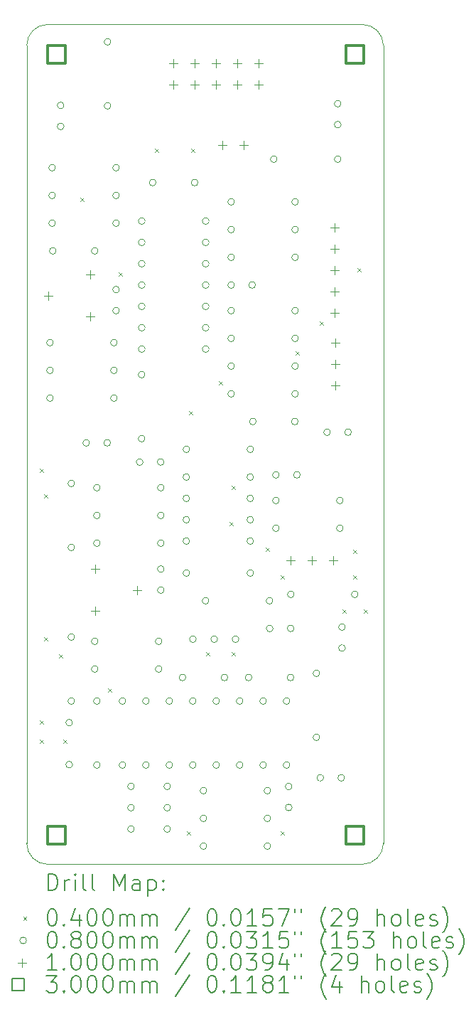
<source format=gbr>
%TF.GenerationSoftware,KiCad,Pcbnew,(6.0.8-1)-1*%
%TF.CreationDate,2023-01-21T16:41:56+01:00*%
%TF.ProjectId,steiner-parker-vcf,73746569-6e65-4722-9d70-61726b65722d,rev?*%
%TF.SameCoordinates,Original*%
%TF.FileFunction,Drillmap*%
%TF.FilePolarity,Positive*%
%FSLAX45Y45*%
G04 Gerber Fmt 4.5, Leading zero omitted, Abs format (unit mm)*
G04 Created by KiCad (PCBNEW (6.0.8-1)-1) date 2023-01-21 16:41:56*
%MOMM*%
%LPD*%
G01*
G04 APERTURE LIST*
%ADD10C,0.050000*%
%ADD11C,0.200000*%
%ADD12C,0.040000*%
%ADD13C,0.080000*%
%ADD14C,0.100000*%
%ADD15C,0.300000*%
G04 APERTURE END LIST*
D10*
X11250000Y-5000000D02*
G75*
G03*
X11000000Y-5250000I0J-250000D01*
G01*
X15000000Y-15000000D02*
G75*
G03*
X15250000Y-14750000I0J250000D01*
G01*
X11000000Y-14750000D02*
X11000000Y-5250000D01*
X15250000Y-5250000D02*
X15250000Y-14750000D01*
X15250000Y-5250000D02*
G75*
G03*
X15000000Y-5000000I-250000J0D01*
G01*
X11000000Y-14750000D02*
G75*
G03*
X11250000Y-15000000I250000J0D01*
G01*
X11250000Y-5000000D02*
X15000000Y-5000000D01*
X15000000Y-15000000D02*
X11250000Y-15000000D01*
D11*
D12*
X11156000Y-10292400D02*
X11196000Y-10332400D01*
X11196000Y-10292400D02*
X11156000Y-10332400D01*
X11156000Y-13289600D02*
X11196000Y-13329600D01*
X11196000Y-13289600D02*
X11156000Y-13329600D01*
X11156000Y-13518200D02*
X11196000Y-13558200D01*
X11196000Y-13518200D02*
X11156000Y-13558200D01*
X11206800Y-10597200D02*
X11246800Y-10637200D01*
X11246800Y-10597200D02*
X11206800Y-10637200D01*
X11206800Y-12299000D02*
X11246800Y-12339000D01*
X11246800Y-12299000D02*
X11206800Y-12339000D01*
X11384600Y-12502200D02*
X11424600Y-12542200D01*
X11424600Y-12502200D02*
X11384600Y-12542200D01*
X11435400Y-13518200D02*
X11475400Y-13558200D01*
X11475400Y-13518200D02*
X11435400Y-13558200D01*
X11638600Y-7066600D02*
X11678600Y-7106600D01*
X11678600Y-7066600D02*
X11638600Y-7106600D01*
X11968800Y-12908600D02*
X12008800Y-12948600D01*
X12008800Y-12908600D02*
X11968800Y-12948600D01*
X12095800Y-7955600D02*
X12135800Y-7995600D01*
X12135800Y-7955600D02*
X12095800Y-7995600D01*
X12527600Y-6482400D02*
X12567600Y-6522400D01*
X12567600Y-6482400D02*
X12527600Y-6522400D01*
X12908600Y-14610400D02*
X12948600Y-14650400D01*
X12948600Y-14610400D02*
X12908600Y-14650400D01*
X12934000Y-9606600D02*
X12974000Y-9646600D01*
X12974000Y-9606600D02*
X12934000Y-9646600D01*
X12959400Y-6482400D02*
X12999400Y-6522400D01*
X12999400Y-6482400D02*
X12959400Y-6522400D01*
X13137200Y-12476800D02*
X13177200Y-12516800D01*
X13177200Y-12476800D02*
X13137200Y-12516800D01*
X13289600Y-9251000D02*
X13329600Y-9291000D01*
X13329600Y-9251000D02*
X13289600Y-9291000D01*
X13416600Y-10927400D02*
X13456600Y-10967400D01*
X13456600Y-10927400D02*
X13416600Y-10967400D01*
X13442000Y-12476800D02*
X13482000Y-12516800D01*
X13482000Y-12476800D02*
X13442000Y-12516800D01*
X13444800Y-10495600D02*
X13484800Y-10535600D01*
X13484800Y-10495600D02*
X13444800Y-10535600D01*
X13848400Y-11232200D02*
X13888400Y-11272200D01*
X13888400Y-11232200D02*
X13848400Y-11272200D01*
X14026200Y-11562400D02*
X14066200Y-11602400D01*
X14066200Y-11562400D02*
X14026200Y-11602400D01*
X14026200Y-14610400D02*
X14066200Y-14650400D01*
X14066200Y-14610400D02*
X14026200Y-14650400D01*
X14204000Y-8895400D02*
X14244000Y-8935400D01*
X14244000Y-8895400D02*
X14204000Y-8935400D01*
X14492550Y-8539800D02*
X14532550Y-8579800D01*
X14532550Y-8539800D02*
X14492550Y-8579800D01*
X14762800Y-11968800D02*
X14802800Y-12008800D01*
X14802800Y-11968800D02*
X14762800Y-12008800D01*
X14889800Y-11257600D02*
X14929800Y-11297600D01*
X14929800Y-11257600D02*
X14889800Y-11297600D01*
X14889800Y-11562400D02*
X14929800Y-11602400D01*
X14929800Y-11562400D02*
X14889800Y-11602400D01*
X14940600Y-7904800D02*
X14980600Y-7944800D01*
X14980600Y-7904800D02*
X14940600Y-7944800D01*
X15016800Y-11968800D02*
X15056800Y-12008800D01*
X15056800Y-11968800D02*
X15016800Y-12008800D01*
D13*
X11317600Y-8788400D02*
G75*
G03*
X11317600Y-8788400I-40000J0D01*
G01*
X11317600Y-9118600D02*
G75*
G03*
X11317600Y-9118600I-40000J0D01*
G01*
X11317600Y-9448800D02*
G75*
G03*
X11317600Y-9448800I-40000J0D01*
G01*
X11343000Y-6705600D02*
G75*
G03*
X11343000Y-6705600I-40000J0D01*
G01*
X11343000Y-7035800D02*
G75*
G03*
X11343000Y-7035800I-40000J0D01*
G01*
X11343000Y-7366000D02*
G75*
G03*
X11343000Y-7366000I-40000J0D01*
G01*
X11351000Y-7696200D02*
G75*
G03*
X11351000Y-7696200I-40000J0D01*
G01*
X11444600Y-5964238D02*
G75*
G03*
X11444600Y-5964238I-40000J0D01*
G01*
X11444600Y-6214238D02*
G75*
G03*
X11444600Y-6214238I-40000J0D01*
G01*
X11546200Y-13313600D02*
G75*
G03*
X11546200Y-13313600I-40000J0D01*
G01*
X11546200Y-13813600D02*
G75*
G03*
X11546200Y-13813600I-40000J0D01*
G01*
X11571600Y-10464800D02*
G75*
G03*
X11571600Y-10464800I-40000J0D01*
G01*
X11571600Y-11226800D02*
G75*
G03*
X11571600Y-11226800I-40000J0D01*
G01*
X11571600Y-12293600D02*
G75*
G03*
X11571600Y-12293600I-40000J0D01*
G01*
X11571600Y-13055600D02*
G75*
G03*
X11571600Y-13055600I-40000J0D01*
G01*
X11749400Y-9982200D02*
G75*
G03*
X11749400Y-9982200I-40000J0D01*
G01*
X11851000Y-7696200D02*
G75*
G03*
X11851000Y-7696200I-40000J0D01*
G01*
X11851000Y-12344400D02*
G75*
G03*
X11851000Y-12344400I-40000J0D01*
G01*
X11851000Y-12674600D02*
G75*
G03*
X11851000Y-12674600I-40000J0D01*
G01*
X11876400Y-10515600D02*
G75*
G03*
X11876400Y-10515600I-40000J0D01*
G01*
X11876400Y-10845800D02*
G75*
G03*
X11876400Y-10845800I-40000J0D01*
G01*
X11876400Y-11176000D02*
G75*
G03*
X11876400Y-11176000I-40000J0D01*
G01*
X11876400Y-13055600D02*
G75*
G03*
X11876400Y-13055600I-40000J0D01*
G01*
X11876400Y-13817600D02*
G75*
G03*
X11876400Y-13817600I-40000J0D01*
G01*
X11999400Y-9982200D02*
G75*
G03*
X11999400Y-9982200I-40000J0D01*
G01*
X12003400Y-5207000D02*
G75*
G03*
X12003400Y-5207000I-40000J0D01*
G01*
X12003400Y-5969000D02*
G75*
G03*
X12003400Y-5969000I-40000J0D01*
G01*
X12079600Y-8788400D02*
G75*
G03*
X12079600Y-8788400I-40000J0D01*
G01*
X12079600Y-9118600D02*
G75*
G03*
X12079600Y-9118600I-40000J0D01*
G01*
X12079600Y-9448800D02*
G75*
G03*
X12079600Y-9448800I-40000J0D01*
G01*
X12105000Y-6705600D02*
G75*
G03*
X12105000Y-6705600I-40000J0D01*
G01*
X12105000Y-7035800D02*
G75*
G03*
X12105000Y-7035800I-40000J0D01*
G01*
X12105000Y-7366000D02*
G75*
G03*
X12105000Y-7366000I-40000J0D01*
G01*
X12105000Y-8157400D02*
G75*
G03*
X12105000Y-8157400I-40000J0D01*
G01*
X12105000Y-8407400D02*
G75*
G03*
X12105000Y-8407400I-40000J0D01*
G01*
X12181200Y-13055600D02*
G75*
G03*
X12181200Y-13055600I-40000J0D01*
G01*
X12181200Y-13817600D02*
G75*
G03*
X12181200Y-13817600I-40000J0D01*
G01*
X12282800Y-14071600D02*
G75*
G03*
X12282800Y-14071600I-40000J0D01*
G01*
X12282800Y-14325600D02*
G75*
G03*
X12282800Y-14325600I-40000J0D01*
G01*
X12282800Y-14579600D02*
G75*
G03*
X12282800Y-14579600I-40000J0D01*
G01*
X12386400Y-10210800D02*
G75*
G03*
X12386400Y-10210800I-40000J0D01*
G01*
X12409800Y-9169400D02*
G75*
G03*
X12409800Y-9169400I-40000J0D01*
G01*
X12409800Y-9931400D02*
G75*
G03*
X12409800Y-9931400I-40000J0D01*
G01*
X12411300Y-7341100D02*
G75*
G03*
X12411300Y-7341100I-40000J0D01*
G01*
X12411300Y-7595100D02*
G75*
G03*
X12411300Y-7595100I-40000J0D01*
G01*
X12411300Y-7849100D02*
G75*
G03*
X12411300Y-7849100I-40000J0D01*
G01*
X12411300Y-8103100D02*
G75*
G03*
X12411300Y-8103100I-40000J0D01*
G01*
X12411300Y-8357100D02*
G75*
G03*
X12411300Y-8357100I-40000J0D01*
G01*
X12411300Y-8611100D02*
G75*
G03*
X12411300Y-8611100I-40000J0D01*
G01*
X12411300Y-8865100D02*
G75*
G03*
X12411300Y-8865100I-40000J0D01*
G01*
X12460600Y-13055600D02*
G75*
G03*
X12460600Y-13055600I-40000J0D01*
G01*
X12460600Y-13817600D02*
G75*
G03*
X12460600Y-13817600I-40000J0D01*
G01*
X12540800Y-6883400D02*
G75*
G03*
X12540800Y-6883400I-40000J0D01*
G01*
X12613000Y-12344400D02*
G75*
G03*
X12613000Y-12344400I-40000J0D01*
G01*
X12613000Y-12674600D02*
G75*
G03*
X12613000Y-12674600I-40000J0D01*
G01*
X12636400Y-10210800D02*
G75*
G03*
X12636400Y-10210800I-40000J0D01*
G01*
X12638400Y-10515600D02*
G75*
G03*
X12638400Y-10515600I-40000J0D01*
G01*
X12638400Y-10845800D02*
G75*
G03*
X12638400Y-10845800I-40000J0D01*
G01*
X12638400Y-11176000D02*
G75*
G03*
X12638400Y-11176000I-40000J0D01*
G01*
X12638400Y-11484800D02*
G75*
G03*
X12638400Y-11484800I-40000J0D01*
G01*
X12638400Y-11734800D02*
G75*
G03*
X12638400Y-11734800I-40000J0D01*
G01*
X12714600Y-14071600D02*
G75*
G03*
X12714600Y-14071600I-40000J0D01*
G01*
X12714600Y-14325600D02*
G75*
G03*
X12714600Y-14325600I-40000J0D01*
G01*
X12714600Y-14579600D02*
G75*
G03*
X12714600Y-14579600I-40000J0D01*
G01*
X12740000Y-13055600D02*
G75*
G03*
X12740000Y-13055600I-40000J0D01*
G01*
X12740000Y-13817600D02*
G75*
G03*
X12740000Y-13817600I-40000J0D01*
G01*
X12896400Y-12776200D02*
G75*
G03*
X12896400Y-12776200I-40000J0D01*
G01*
X12941700Y-10389600D02*
G75*
G03*
X12941700Y-10389600I-40000J0D01*
G01*
X12941700Y-10643600D02*
G75*
G03*
X12941700Y-10643600I-40000J0D01*
G01*
X12941700Y-10897600D02*
G75*
G03*
X12941700Y-10897600I-40000J0D01*
G01*
X12941700Y-11151600D02*
G75*
G03*
X12941700Y-11151600I-40000J0D01*
G01*
X12943200Y-10058400D02*
G75*
G03*
X12943200Y-10058400I-40000J0D01*
G01*
X12943200Y-11531600D02*
G75*
G03*
X12943200Y-11531600I-40000J0D01*
G01*
X13019400Y-13055600D02*
G75*
G03*
X13019400Y-13055600I-40000J0D01*
G01*
X13019400Y-13817600D02*
G75*
G03*
X13019400Y-13817600I-40000J0D01*
G01*
X13020400Y-12319000D02*
G75*
G03*
X13020400Y-12319000I-40000J0D01*
G01*
X13040800Y-6883400D02*
G75*
G03*
X13040800Y-6883400I-40000J0D01*
G01*
X13146400Y-14122400D02*
G75*
G03*
X13146400Y-14122400I-40000J0D01*
G01*
X13146400Y-14452600D02*
G75*
G03*
X13146400Y-14452600I-40000J0D01*
G01*
X13146400Y-14782800D02*
G75*
G03*
X13146400Y-14782800I-40000J0D01*
G01*
X13171800Y-11861800D02*
G75*
G03*
X13171800Y-11861800I-40000J0D01*
G01*
X13173300Y-7341100D02*
G75*
G03*
X13173300Y-7341100I-40000J0D01*
G01*
X13173300Y-7595100D02*
G75*
G03*
X13173300Y-7595100I-40000J0D01*
G01*
X13173300Y-7849100D02*
G75*
G03*
X13173300Y-7849100I-40000J0D01*
G01*
X13173300Y-8103100D02*
G75*
G03*
X13173300Y-8103100I-40000J0D01*
G01*
X13173300Y-8357100D02*
G75*
G03*
X13173300Y-8357100I-40000J0D01*
G01*
X13173300Y-8611100D02*
G75*
G03*
X13173300Y-8611100I-40000J0D01*
G01*
X13173300Y-8865100D02*
G75*
G03*
X13173300Y-8865100I-40000J0D01*
G01*
X13274400Y-12319000D02*
G75*
G03*
X13274400Y-12319000I-40000J0D01*
G01*
X13298800Y-13055600D02*
G75*
G03*
X13298800Y-13055600I-40000J0D01*
G01*
X13298800Y-13817600D02*
G75*
G03*
X13298800Y-13817600I-40000J0D01*
G01*
X13396400Y-12776200D02*
G75*
G03*
X13396400Y-12776200I-40000J0D01*
G01*
X13476600Y-7112000D02*
G75*
G03*
X13476600Y-7112000I-40000J0D01*
G01*
X13476600Y-7442200D02*
G75*
G03*
X13476600Y-7442200I-40000J0D01*
G01*
X13476600Y-7772400D02*
G75*
G03*
X13476600Y-7772400I-40000J0D01*
G01*
X13476600Y-8102600D02*
G75*
G03*
X13476600Y-8102600I-40000J0D01*
G01*
X13476600Y-8407400D02*
G75*
G03*
X13476600Y-8407400I-40000J0D01*
G01*
X13476600Y-8737600D02*
G75*
G03*
X13476600Y-8737600I-40000J0D01*
G01*
X13476600Y-9067800D02*
G75*
G03*
X13476600Y-9067800I-40000J0D01*
G01*
X13476600Y-9398000D02*
G75*
G03*
X13476600Y-9398000I-40000J0D01*
G01*
X13528400Y-12319000D02*
G75*
G03*
X13528400Y-12319000I-40000J0D01*
G01*
X13578200Y-13055600D02*
G75*
G03*
X13578200Y-13055600I-40000J0D01*
G01*
X13578200Y-13817600D02*
G75*
G03*
X13578200Y-13817600I-40000J0D01*
G01*
X13683800Y-12776200D02*
G75*
G03*
X13683800Y-12776200I-40000J0D01*
G01*
X13703700Y-10389600D02*
G75*
G03*
X13703700Y-10389600I-40000J0D01*
G01*
X13703700Y-10643600D02*
G75*
G03*
X13703700Y-10643600I-40000J0D01*
G01*
X13703700Y-10897600D02*
G75*
G03*
X13703700Y-10897600I-40000J0D01*
G01*
X13703700Y-11151600D02*
G75*
G03*
X13703700Y-11151600I-40000J0D01*
G01*
X13705200Y-10058400D02*
G75*
G03*
X13705200Y-10058400I-40000J0D01*
G01*
X13705200Y-11531600D02*
G75*
G03*
X13705200Y-11531600I-40000J0D01*
G01*
X13726600Y-8102600D02*
G75*
G03*
X13726600Y-8102600I-40000J0D01*
G01*
X13734600Y-9728200D02*
G75*
G03*
X13734600Y-9728200I-40000J0D01*
G01*
X13857600Y-13055600D02*
G75*
G03*
X13857600Y-13055600I-40000J0D01*
G01*
X13857600Y-13817600D02*
G75*
G03*
X13857600Y-13817600I-40000J0D01*
G01*
X13908400Y-14122400D02*
G75*
G03*
X13908400Y-14122400I-40000J0D01*
G01*
X13908400Y-14452600D02*
G75*
G03*
X13908400Y-14452600I-40000J0D01*
G01*
X13908400Y-14782800D02*
G75*
G03*
X13908400Y-14782800I-40000J0D01*
G01*
X13933800Y-11861800D02*
G75*
G03*
X13933800Y-11861800I-40000J0D01*
G01*
X13935800Y-12192000D02*
G75*
G03*
X13935800Y-12192000I-40000J0D01*
G01*
X13984600Y-6604000D02*
G75*
G03*
X13984600Y-6604000I-40000J0D01*
G01*
X14010000Y-10363200D02*
G75*
G03*
X14010000Y-10363200I-40000J0D01*
G01*
X14010000Y-10668000D02*
G75*
G03*
X14010000Y-10668000I-40000J0D01*
G01*
X14010000Y-10998200D02*
G75*
G03*
X14010000Y-10998200I-40000J0D01*
G01*
X14137000Y-13055600D02*
G75*
G03*
X14137000Y-13055600I-40000J0D01*
G01*
X14137000Y-13817600D02*
G75*
G03*
X14137000Y-13817600I-40000J0D01*
G01*
X14162400Y-14073600D02*
G75*
G03*
X14162400Y-14073600I-40000J0D01*
G01*
X14162400Y-14323600D02*
G75*
G03*
X14162400Y-14323600I-40000J0D01*
G01*
X14183800Y-12776200D02*
G75*
G03*
X14183800Y-12776200I-40000J0D01*
G01*
X14185800Y-12192000D02*
G75*
G03*
X14185800Y-12192000I-40000J0D01*
G01*
X14187800Y-11785600D02*
G75*
G03*
X14187800Y-11785600I-40000J0D01*
G01*
X14234600Y-9728200D02*
G75*
G03*
X14234600Y-9728200I-40000J0D01*
G01*
X14238600Y-7112000D02*
G75*
G03*
X14238600Y-7112000I-40000J0D01*
G01*
X14238600Y-7442200D02*
G75*
G03*
X14238600Y-7442200I-40000J0D01*
G01*
X14238600Y-7772400D02*
G75*
G03*
X14238600Y-7772400I-40000J0D01*
G01*
X14238600Y-8407400D02*
G75*
G03*
X14238600Y-8407400I-40000J0D01*
G01*
X14238600Y-8737600D02*
G75*
G03*
X14238600Y-8737600I-40000J0D01*
G01*
X14238600Y-9067800D02*
G75*
G03*
X14238600Y-9067800I-40000J0D01*
G01*
X14238600Y-9398000D02*
G75*
G03*
X14238600Y-9398000I-40000J0D01*
G01*
X14260000Y-10363200D02*
G75*
G03*
X14260000Y-10363200I-40000J0D01*
G01*
X14492600Y-12725400D02*
G75*
G03*
X14492600Y-12725400I-40000J0D01*
G01*
X14492600Y-13487400D02*
G75*
G03*
X14492600Y-13487400I-40000J0D01*
G01*
X14538638Y-13970000D02*
G75*
G03*
X14538638Y-13970000I-40000J0D01*
G01*
X14619600Y-9855200D02*
G75*
G03*
X14619600Y-9855200I-40000J0D01*
G01*
X14746600Y-5943600D02*
G75*
G03*
X14746600Y-5943600I-40000J0D01*
G01*
X14746600Y-6193600D02*
G75*
G03*
X14746600Y-6193600I-40000J0D01*
G01*
X14746600Y-6604000D02*
G75*
G03*
X14746600Y-6604000I-40000J0D01*
G01*
X14772000Y-10668000D02*
G75*
G03*
X14772000Y-10668000I-40000J0D01*
G01*
X14772000Y-10998200D02*
G75*
G03*
X14772000Y-10998200I-40000J0D01*
G01*
X14788638Y-13970000D02*
G75*
G03*
X14788638Y-13970000I-40000J0D01*
G01*
X14797400Y-12175362D02*
G75*
G03*
X14797400Y-12175362I-40000J0D01*
G01*
X14797400Y-12425362D02*
G75*
G03*
X14797400Y-12425362I-40000J0D01*
G01*
X14869600Y-9855200D02*
G75*
G03*
X14869600Y-9855200I-40000J0D01*
G01*
X14949800Y-11785600D02*
G75*
G03*
X14949800Y-11785600I-40000J0D01*
G01*
D14*
X11255600Y-8179600D02*
X11255600Y-8279600D01*
X11205600Y-8229600D02*
X11305600Y-8229600D01*
X11755600Y-7929600D02*
X11755600Y-8029600D01*
X11705600Y-7979600D02*
X11805600Y-7979600D01*
X11755600Y-8429600D02*
X11755600Y-8529600D01*
X11705600Y-8479600D02*
X11805600Y-8479600D01*
X11815600Y-11434800D02*
X11815600Y-11534800D01*
X11765600Y-11484800D02*
X11865600Y-11484800D01*
X11815600Y-11934800D02*
X11815600Y-12034800D01*
X11765600Y-11984800D02*
X11865600Y-11984800D01*
X12315600Y-11684800D02*
X12315600Y-11784800D01*
X12265600Y-11734800D02*
X12365600Y-11734800D01*
X12750800Y-5411000D02*
X12750800Y-5511000D01*
X12700800Y-5461000D02*
X12800800Y-5461000D01*
X12750800Y-5665000D02*
X12750800Y-5765000D01*
X12700800Y-5715000D02*
X12800800Y-5715000D01*
X13004800Y-5411000D02*
X13004800Y-5511000D01*
X12954800Y-5461000D02*
X13054800Y-5461000D01*
X13004800Y-5665000D02*
X13004800Y-5765000D01*
X12954800Y-5715000D02*
X13054800Y-5715000D01*
X13258800Y-5411000D02*
X13258800Y-5511000D01*
X13208800Y-5461000D02*
X13308800Y-5461000D01*
X13258800Y-5665000D02*
X13258800Y-5765000D01*
X13208800Y-5715000D02*
X13308800Y-5715000D01*
X13335000Y-6388900D02*
X13335000Y-6488900D01*
X13285000Y-6438900D02*
X13385000Y-6438900D01*
X13512800Y-5411000D02*
X13512800Y-5511000D01*
X13462800Y-5461000D02*
X13562800Y-5461000D01*
X13512800Y-5665000D02*
X13512800Y-5765000D01*
X13462800Y-5715000D02*
X13562800Y-5715000D01*
X13589000Y-6388900D02*
X13589000Y-6488900D01*
X13539000Y-6438900D02*
X13639000Y-6438900D01*
X13766800Y-5411000D02*
X13766800Y-5511000D01*
X13716800Y-5461000D02*
X13816800Y-5461000D01*
X13766800Y-5665000D02*
X13766800Y-5765000D01*
X13716800Y-5715000D02*
X13816800Y-5715000D01*
X14147800Y-11329200D02*
X14147800Y-11429200D01*
X14097800Y-11379200D02*
X14197800Y-11379200D01*
X14401800Y-11329200D02*
X14401800Y-11429200D01*
X14351800Y-11379200D02*
X14451800Y-11379200D01*
X14655800Y-11329200D02*
X14655800Y-11429200D01*
X14605800Y-11379200D02*
X14705800Y-11379200D01*
X14668500Y-7366800D02*
X14668500Y-7466800D01*
X14618500Y-7416800D02*
X14718500Y-7416800D01*
X14668500Y-7620800D02*
X14668500Y-7720800D01*
X14618500Y-7670800D02*
X14718500Y-7670800D01*
X14668500Y-7874800D02*
X14668500Y-7974800D01*
X14618500Y-7924800D02*
X14718500Y-7924800D01*
X14668500Y-8128800D02*
X14668500Y-8228800D01*
X14618500Y-8178800D02*
X14718500Y-8178800D01*
X14668500Y-8382800D02*
X14668500Y-8482800D01*
X14618500Y-8432800D02*
X14718500Y-8432800D01*
X14681200Y-8738400D02*
X14681200Y-8838400D01*
X14631200Y-8788400D02*
X14731200Y-8788400D01*
X14681200Y-8992400D02*
X14681200Y-9092400D01*
X14631200Y-9042400D02*
X14731200Y-9042400D01*
X14681200Y-9246400D02*
X14681200Y-9346400D01*
X14631200Y-9296400D02*
X14731200Y-9296400D01*
D15*
X11459867Y-5465467D02*
X11459867Y-5253333D01*
X11247733Y-5253333D01*
X11247733Y-5465467D01*
X11459867Y-5465467D01*
X11459867Y-14761867D02*
X11459867Y-14549733D01*
X11247733Y-14549733D01*
X11247733Y-14761867D01*
X11459867Y-14761867D01*
X15015867Y-5465467D02*
X15015867Y-5253333D01*
X14803733Y-5253333D01*
X14803733Y-5465467D01*
X15015867Y-5465467D01*
X15015867Y-14761867D02*
X15015867Y-14549733D01*
X14803733Y-14549733D01*
X14803733Y-14761867D01*
X15015867Y-14761867D01*
D11*
X11255119Y-15312976D02*
X11255119Y-15112976D01*
X11302738Y-15112976D01*
X11331309Y-15122500D01*
X11350357Y-15141548D01*
X11359881Y-15160595D01*
X11369405Y-15198690D01*
X11369405Y-15227262D01*
X11359881Y-15265357D01*
X11350357Y-15284405D01*
X11331309Y-15303452D01*
X11302738Y-15312976D01*
X11255119Y-15312976D01*
X11455119Y-15312976D02*
X11455119Y-15179643D01*
X11455119Y-15217738D02*
X11464643Y-15198690D01*
X11474167Y-15189167D01*
X11493214Y-15179643D01*
X11512262Y-15179643D01*
X11578928Y-15312976D02*
X11578928Y-15179643D01*
X11578928Y-15112976D02*
X11569405Y-15122500D01*
X11578928Y-15132024D01*
X11588452Y-15122500D01*
X11578928Y-15112976D01*
X11578928Y-15132024D01*
X11702738Y-15312976D02*
X11683690Y-15303452D01*
X11674167Y-15284405D01*
X11674167Y-15112976D01*
X11807500Y-15312976D02*
X11788452Y-15303452D01*
X11778928Y-15284405D01*
X11778928Y-15112976D01*
X12036071Y-15312976D02*
X12036071Y-15112976D01*
X12102738Y-15255833D01*
X12169405Y-15112976D01*
X12169405Y-15312976D01*
X12350357Y-15312976D02*
X12350357Y-15208214D01*
X12340833Y-15189167D01*
X12321786Y-15179643D01*
X12283690Y-15179643D01*
X12264643Y-15189167D01*
X12350357Y-15303452D02*
X12331309Y-15312976D01*
X12283690Y-15312976D01*
X12264643Y-15303452D01*
X12255119Y-15284405D01*
X12255119Y-15265357D01*
X12264643Y-15246309D01*
X12283690Y-15236786D01*
X12331309Y-15236786D01*
X12350357Y-15227262D01*
X12445595Y-15179643D02*
X12445595Y-15379643D01*
X12445595Y-15189167D02*
X12464643Y-15179643D01*
X12502738Y-15179643D01*
X12521786Y-15189167D01*
X12531309Y-15198690D01*
X12540833Y-15217738D01*
X12540833Y-15274881D01*
X12531309Y-15293928D01*
X12521786Y-15303452D01*
X12502738Y-15312976D01*
X12464643Y-15312976D01*
X12445595Y-15303452D01*
X12626548Y-15293928D02*
X12636071Y-15303452D01*
X12626548Y-15312976D01*
X12617024Y-15303452D01*
X12626548Y-15293928D01*
X12626548Y-15312976D01*
X12626548Y-15189167D02*
X12636071Y-15198690D01*
X12626548Y-15208214D01*
X12617024Y-15198690D01*
X12626548Y-15189167D01*
X12626548Y-15208214D01*
D12*
X10957500Y-15622500D02*
X10997500Y-15662500D01*
X10997500Y-15622500D02*
X10957500Y-15662500D01*
D11*
X11293214Y-15532976D02*
X11312262Y-15532976D01*
X11331309Y-15542500D01*
X11340833Y-15552024D01*
X11350357Y-15571071D01*
X11359881Y-15609167D01*
X11359881Y-15656786D01*
X11350357Y-15694881D01*
X11340833Y-15713928D01*
X11331309Y-15723452D01*
X11312262Y-15732976D01*
X11293214Y-15732976D01*
X11274167Y-15723452D01*
X11264643Y-15713928D01*
X11255119Y-15694881D01*
X11245595Y-15656786D01*
X11245595Y-15609167D01*
X11255119Y-15571071D01*
X11264643Y-15552024D01*
X11274167Y-15542500D01*
X11293214Y-15532976D01*
X11445595Y-15713928D02*
X11455119Y-15723452D01*
X11445595Y-15732976D01*
X11436071Y-15723452D01*
X11445595Y-15713928D01*
X11445595Y-15732976D01*
X11626548Y-15599643D02*
X11626548Y-15732976D01*
X11578928Y-15523452D02*
X11531309Y-15666309D01*
X11655119Y-15666309D01*
X11769405Y-15532976D02*
X11788452Y-15532976D01*
X11807500Y-15542500D01*
X11817024Y-15552024D01*
X11826548Y-15571071D01*
X11836071Y-15609167D01*
X11836071Y-15656786D01*
X11826548Y-15694881D01*
X11817024Y-15713928D01*
X11807500Y-15723452D01*
X11788452Y-15732976D01*
X11769405Y-15732976D01*
X11750357Y-15723452D01*
X11740833Y-15713928D01*
X11731309Y-15694881D01*
X11721786Y-15656786D01*
X11721786Y-15609167D01*
X11731309Y-15571071D01*
X11740833Y-15552024D01*
X11750357Y-15542500D01*
X11769405Y-15532976D01*
X11959881Y-15532976D02*
X11978928Y-15532976D01*
X11997976Y-15542500D01*
X12007500Y-15552024D01*
X12017024Y-15571071D01*
X12026548Y-15609167D01*
X12026548Y-15656786D01*
X12017024Y-15694881D01*
X12007500Y-15713928D01*
X11997976Y-15723452D01*
X11978928Y-15732976D01*
X11959881Y-15732976D01*
X11940833Y-15723452D01*
X11931309Y-15713928D01*
X11921786Y-15694881D01*
X11912262Y-15656786D01*
X11912262Y-15609167D01*
X11921786Y-15571071D01*
X11931309Y-15552024D01*
X11940833Y-15542500D01*
X11959881Y-15532976D01*
X12112262Y-15732976D02*
X12112262Y-15599643D01*
X12112262Y-15618690D02*
X12121786Y-15609167D01*
X12140833Y-15599643D01*
X12169405Y-15599643D01*
X12188452Y-15609167D01*
X12197976Y-15628214D01*
X12197976Y-15732976D01*
X12197976Y-15628214D02*
X12207500Y-15609167D01*
X12226548Y-15599643D01*
X12255119Y-15599643D01*
X12274167Y-15609167D01*
X12283690Y-15628214D01*
X12283690Y-15732976D01*
X12378928Y-15732976D02*
X12378928Y-15599643D01*
X12378928Y-15618690D02*
X12388452Y-15609167D01*
X12407500Y-15599643D01*
X12436071Y-15599643D01*
X12455119Y-15609167D01*
X12464643Y-15628214D01*
X12464643Y-15732976D01*
X12464643Y-15628214D02*
X12474167Y-15609167D01*
X12493214Y-15599643D01*
X12521786Y-15599643D01*
X12540833Y-15609167D01*
X12550357Y-15628214D01*
X12550357Y-15732976D01*
X12940833Y-15523452D02*
X12769405Y-15780595D01*
X13197976Y-15532976D02*
X13217024Y-15532976D01*
X13236071Y-15542500D01*
X13245595Y-15552024D01*
X13255119Y-15571071D01*
X13264643Y-15609167D01*
X13264643Y-15656786D01*
X13255119Y-15694881D01*
X13245595Y-15713928D01*
X13236071Y-15723452D01*
X13217024Y-15732976D01*
X13197976Y-15732976D01*
X13178928Y-15723452D01*
X13169405Y-15713928D01*
X13159881Y-15694881D01*
X13150357Y-15656786D01*
X13150357Y-15609167D01*
X13159881Y-15571071D01*
X13169405Y-15552024D01*
X13178928Y-15542500D01*
X13197976Y-15532976D01*
X13350357Y-15713928D02*
X13359881Y-15723452D01*
X13350357Y-15732976D01*
X13340833Y-15723452D01*
X13350357Y-15713928D01*
X13350357Y-15732976D01*
X13483690Y-15532976D02*
X13502738Y-15532976D01*
X13521786Y-15542500D01*
X13531309Y-15552024D01*
X13540833Y-15571071D01*
X13550357Y-15609167D01*
X13550357Y-15656786D01*
X13540833Y-15694881D01*
X13531309Y-15713928D01*
X13521786Y-15723452D01*
X13502738Y-15732976D01*
X13483690Y-15732976D01*
X13464643Y-15723452D01*
X13455119Y-15713928D01*
X13445595Y-15694881D01*
X13436071Y-15656786D01*
X13436071Y-15609167D01*
X13445595Y-15571071D01*
X13455119Y-15552024D01*
X13464643Y-15542500D01*
X13483690Y-15532976D01*
X13740833Y-15732976D02*
X13626548Y-15732976D01*
X13683690Y-15732976D02*
X13683690Y-15532976D01*
X13664643Y-15561548D01*
X13645595Y-15580595D01*
X13626548Y-15590119D01*
X13921786Y-15532976D02*
X13826548Y-15532976D01*
X13817024Y-15628214D01*
X13826548Y-15618690D01*
X13845595Y-15609167D01*
X13893214Y-15609167D01*
X13912262Y-15618690D01*
X13921786Y-15628214D01*
X13931309Y-15647262D01*
X13931309Y-15694881D01*
X13921786Y-15713928D01*
X13912262Y-15723452D01*
X13893214Y-15732976D01*
X13845595Y-15732976D01*
X13826548Y-15723452D01*
X13817024Y-15713928D01*
X13997976Y-15532976D02*
X14131309Y-15532976D01*
X14045595Y-15732976D01*
X14197976Y-15532976D02*
X14197976Y-15571071D01*
X14274167Y-15532976D02*
X14274167Y-15571071D01*
X14569405Y-15809167D02*
X14559881Y-15799643D01*
X14540833Y-15771071D01*
X14531309Y-15752024D01*
X14521786Y-15723452D01*
X14512262Y-15675833D01*
X14512262Y-15637738D01*
X14521786Y-15590119D01*
X14531309Y-15561548D01*
X14540833Y-15542500D01*
X14559881Y-15513928D01*
X14569405Y-15504405D01*
X14636071Y-15552024D02*
X14645595Y-15542500D01*
X14664643Y-15532976D01*
X14712262Y-15532976D01*
X14731309Y-15542500D01*
X14740833Y-15552024D01*
X14750357Y-15571071D01*
X14750357Y-15590119D01*
X14740833Y-15618690D01*
X14626548Y-15732976D01*
X14750357Y-15732976D01*
X14845595Y-15732976D02*
X14883690Y-15732976D01*
X14902738Y-15723452D01*
X14912262Y-15713928D01*
X14931309Y-15685357D01*
X14940833Y-15647262D01*
X14940833Y-15571071D01*
X14931309Y-15552024D01*
X14921786Y-15542500D01*
X14902738Y-15532976D01*
X14864643Y-15532976D01*
X14845595Y-15542500D01*
X14836071Y-15552024D01*
X14826548Y-15571071D01*
X14826548Y-15618690D01*
X14836071Y-15637738D01*
X14845595Y-15647262D01*
X14864643Y-15656786D01*
X14902738Y-15656786D01*
X14921786Y-15647262D01*
X14931309Y-15637738D01*
X14940833Y-15618690D01*
X15178928Y-15732976D02*
X15178928Y-15532976D01*
X15264643Y-15732976D02*
X15264643Y-15628214D01*
X15255119Y-15609167D01*
X15236071Y-15599643D01*
X15207500Y-15599643D01*
X15188452Y-15609167D01*
X15178928Y-15618690D01*
X15388452Y-15732976D02*
X15369405Y-15723452D01*
X15359881Y-15713928D01*
X15350357Y-15694881D01*
X15350357Y-15637738D01*
X15359881Y-15618690D01*
X15369405Y-15609167D01*
X15388452Y-15599643D01*
X15417024Y-15599643D01*
X15436071Y-15609167D01*
X15445595Y-15618690D01*
X15455119Y-15637738D01*
X15455119Y-15694881D01*
X15445595Y-15713928D01*
X15436071Y-15723452D01*
X15417024Y-15732976D01*
X15388452Y-15732976D01*
X15569405Y-15732976D02*
X15550357Y-15723452D01*
X15540833Y-15704405D01*
X15540833Y-15532976D01*
X15721786Y-15723452D02*
X15702738Y-15732976D01*
X15664643Y-15732976D01*
X15645595Y-15723452D01*
X15636071Y-15704405D01*
X15636071Y-15628214D01*
X15645595Y-15609167D01*
X15664643Y-15599643D01*
X15702738Y-15599643D01*
X15721786Y-15609167D01*
X15731309Y-15628214D01*
X15731309Y-15647262D01*
X15636071Y-15666309D01*
X15807500Y-15723452D02*
X15826548Y-15732976D01*
X15864643Y-15732976D01*
X15883690Y-15723452D01*
X15893214Y-15704405D01*
X15893214Y-15694881D01*
X15883690Y-15675833D01*
X15864643Y-15666309D01*
X15836071Y-15666309D01*
X15817024Y-15656786D01*
X15807500Y-15637738D01*
X15807500Y-15628214D01*
X15817024Y-15609167D01*
X15836071Y-15599643D01*
X15864643Y-15599643D01*
X15883690Y-15609167D01*
X15959881Y-15809167D02*
X15969405Y-15799643D01*
X15988452Y-15771071D01*
X15997976Y-15752024D01*
X16007500Y-15723452D01*
X16017024Y-15675833D01*
X16017024Y-15637738D01*
X16007500Y-15590119D01*
X15997976Y-15561548D01*
X15988452Y-15542500D01*
X15969405Y-15513928D01*
X15959881Y-15504405D01*
D13*
X10997500Y-15906500D02*
G75*
G03*
X10997500Y-15906500I-40000J0D01*
G01*
D11*
X11293214Y-15796976D02*
X11312262Y-15796976D01*
X11331309Y-15806500D01*
X11340833Y-15816024D01*
X11350357Y-15835071D01*
X11359881Y-15873167D01*
X11359881Y-15920786D01*
X11350357Y-15958881D01*
X11340833Y-15977928D01*
X11331309Y-15987452D01*
X11312262Y-15996976D01*
X11293214Y-15996976D01*
X11274167Y-15987452D01*
X11264643Y-15977928D01*
X11255119Y-15958881D01*
X11245595Y-15920786D01*
X11245595Y-15873167D01*
X11255119Y-15835071D01*
X11264643Y-15816024D01*
X11274167Y-15806500D01*
X11293214Y-15796976D01*
X11445595Y-15977928D02*
X11455119Y-15987452D01*
X11445595Y-15996976D01*
X11436071Y-15987452D01*
X11445595Y-15977928D01*
X11445595Y-15996976D01*
X11569405Y-15882690D02*
X11550357Y-15873167D01*
X11540833Y-15863643D01*
X11531309Y-15844595D01*
X11531309Y-15835071D01*
X11540833Y-15816024D01*
X11550357Y-15806500D01*
X11569405Y-15796976D01*
X11607500Y-15796976D01*
X11626548Y-15806500D01*
X11636071Y-15816024D01*
X11645595Y-15835071D01*
X11645595Y-15844595D01*
X11636071Y-15863643D01*
X11626548Y-15873167D01*
X11607500Y-15882690D01*
X11569405Y-15882690D01*
X11550357Y-15892214D01*
X11540833Y-15901738D01*
X11531309Y-15920786D01*
X11531309Y-15958881D01*
X11540833Y-15977928D01*
X11550357Y-15987452D01*
X11569405Y-15996976D01*
X11607500Y-15996976D01*
X11626548Y-15987452D01*
X11636071Y-15977928D01*
X11645595Y-15958881D01*
X11645595Y-15920786D01*
X11636071Y-15901738D01*
X11626548Y-15892214D01*
X11607500Y-15882690D01*
X11769405Y-15796976D02*
X11788452Y-15796976D01*
X11807500Y-15806500D01*
X11817024Y-15816024D01*
X11826548Y-15835071D01*
X11836071Y-15873167D01*
X11836071Y-15920786D01*
X11826548Y-15958881D01*
X11817024Y-15977928D01*
X11807500Y-15987452D01*
X11788452Y-15996976D01*
X11769405Y-15996976D01*
X11750357Y-15987452D01*
X11740833Y-15977928D01*
X11731309Y-15958881D01*
X11721786Y-15920786D01*
X11721786Y-15873167D01*
X11731309Y-15835071D01*
X11740833Y-15816024D01*
X11750357Y-15806500D01*
X11769405Y-15796976D01*
X11959881Y-15796976D02*
X11978928Y-15796976D01*
X11997976Y-15806500D01*
X12007500Y-15816024D01*
X12017024Y-15835071D01*
X12026548Y-15873167D01*
X12026548Y-15920786D01*
X12017024Y-15958881D01*
X12007500Y-15977928D01*
X11997976Y-15987452D01*
X11978928Y-15996976D01*
X11959881Y-15996976D01*
X11940833Y-15987452D01*
X11931309Y-15977928D01*
X11921786Y-15958881D01*
X11912262Y-15920786D01*
X11912262Y-15873167D01*
X11921786Y-15835071D01*
X11931309Y-15816024D01*
X11940833Y-15806500D01*
X11959881Y-15796976D01*
X12112262Y-15996976D02*
X12112262Y-15863643D01*
X12112262Y-15882690D02*
X12121786Y-15873167D01*
X12140833Y-15863643D01*
X12169405Y-15863643D01*
X12188452Y-15873167D01*
X12197976Y-15892214D01*
X12197976Y-15996976D01*
X12197976Y-15892214D02*
X12207500Y-15873167D01*
X12226548Y-15863643D01*
X12255119Y-15863643D01*
X12274167Y-15873167D01*
X12283690Y-15892214D01*
X12283690Y-15996976D01*
X12378928Y-15996976D02*
X12378928Y-15863643D01*
X12378928Y-15882690D02*
X12388452Y-15873167D01*
X12407500Y-15863643D01*
X12436071Y-15863643D01*
X12455119Y-15873167D01*
X12464643Y-15892214D01*
X12464643Y-15996976D01*
X12464643Y-15892214D02*
X12474167Y-15873167D01*
X12493214Y-15863643D01*
X12521786Y-15863643D01*
X12540833Y-15873167D01*
X12550357Y-15892214D01*
X12550357Y-15996976D01*
X12940833Y-15787452D02*
X12769405Y-16044595D01*
X13197976Y-15796976D02*
X13217024Y-15796976D01*
X13236071Y-15806500D01*
X13245595Y-15816024D01*
X13255119Y-15835071D01*
X13264643Y-15873167D01*
X13264643Y-15920786D01*
X13255119Y-15958881D01*
X13245595Y-15977928D01*
X13236071Y-15987452D01*
X13217024Y-15996976D01*
X13197976Y-15996976D01*
X13178928Y-15987452D01*
X13169405Y-15977928D01*
X13159881Y-15958881D01*
X13150357Y-15920786D01*
X13150357Y-15873167D01*
X13159881Y-15835071D01*
X13169405Y-15816024D01*
X13178928Y-15806500D01*
X13197976Y-15796976D01*
X13350357Y-15977928D02*
X13359881Y-15987452D01*
X13350357Y-15996976D01*
X13340833Y-15987452D01*
X13350357Y-15977928D01*
X13350357Y-15996976D01*
X13483690Y-15796976D02*
X13502738Y-15796976D01*
X13521786Y-15806500D01*
X13531309Y-15816024D01*
X13540833Y-15835071D01*
X13550357Y-15873167D01*
X13550357Y-15920786D01*
X13540833Y-15958881D01*
X13531309Y-15977928D01*
X13521786Y-15987452D01*
X13502738Y-15996976D01*
X13483690Y-15996976D01*
X13464643Y-15987452D01*
X13455119Y-15977928D01*
X13445595Y-15958881D01*
X13436071Y-15920786D01*
X13436071Y-15873167D01*
X13445595Y-15835071D01*
X13455119Y-15816024D01*
X13464643Y-15806500D01*
X13483690Y-15796976D01*
X13617024Y-15796976D02*
X13740833Y-15796976D01*
X13674167Y-15873167D01*
X13702738Y-15873167D01*
X13721786Y-15882690D01*
X13731309Y-15892214D01*
X13740833Y-15911262D01*
X13740833Y-15958881D01*
X13731309Y-15977928D01*
X13721786Y-15987452D01*
X13702738Y-15996976D01*
X13645595Y-15996976D01*
X13626548Y-15987452D01*
X13617024Y-15977928D01*
X13931309Y-15996976D02*
X13817024Y-15996976D01*
X13874167Y-15996976D02*
X13874167Y-15796976D01*
X13855119Y-15825548D01*
X13836071Y-15844595D01*
X13817024Y-15854119D01*
X14112262Y-15796976D02*
X14017024Y-15796976D01*
X14007500Y-15892214D01*
X14017024Y-15882690D01*
X14036071Y-15873167D01*
X14083690Y-15873167D01*
X14102738Y-15882690D01*
X14112262Y-15892214D01*
X14121786Y-15911262D01*
X14121786Y-15958881D01*
X14112262Y-15977928D01*
X14102738Y-15987452D01*
X14083690Y-15996976D01*
X14036071Y-15996976D01*
X14017024Y-15987452D01*
X14007500Y-15977928D01*
X14197976Y-15796976D02*
X14197976Y-15835071D01*
X14274167Y-15796976D02*
X14274167Y-15835071D01*
X14569405Y-16073167D02*
X14559881Y-16063643D01*
X14540833Y-16035071D01*
X14531309Y-16016024D01*
X14521786Y-15987452D01*
X14512262Y-15939833D01*
X14512262Y-15901738D01*
X14521786Y-15854119D01*
X14531309Y-15825548D01*
X14540833Y-15806500D01*
X14559881Y-15777928D01*
X14569405Y-15768405D01*
X14750357Y-15996976D02*
X14636071Y-15996976D01*
X14693214Y-15996976D02*
X14693214Y-15796976D01*
X14674167Y-15825548D01*
X14655119Y-15844595D01*
X14636071Y-15854119D01*
X14931309Y-15796976D02*
X14836071Y-15796976D01*
X14826548Y-15892214D01*
X14836071Y-15882690D01*
X14855119Y-15873167D01*
X14902738Y-15873167D01*
X14921786Y-15882690D01*
X14931309Y-15892214D01*
X14940833Y-15911262D01*
X14940833Y-15958881D01*
X14931309Y-15977928D01*
X14921786Y-15987452D01*
X14902738Y-15996976D01*
X14855119Y-15996976D01*
X14836071Y-15987452D01*
X14826548Y-15977928D01*
X15007500Y-15796976D02*
X15131309Y-15796976D01*
X15064643Y-15873167D01*
X15093214Y-15873167D01*
X15112262Y-15882690D01*
X15121786Y-15892214D01*
X15131309Y-15911262D01*
X15131309Y-15958881D01*
X15121786Y-15977928D01*
X15112262Y-15987452D01*
X15093214Y-15996976D01*
X15036071Y-15996976D01*
X15017024Y-15987452D01*
X15007500Y-15977928D01*
X15369405Y-15996976D02*
X15369405Y-15796976D01*
X15455119Y-15996976D02*
X15455119Y-15892214D01*
X15445595Y-15873167D01*
X15426548Y-15863643D01*
X15397976Y-15863643D01*
X15378928Y-15873167D01*
X15369405Y-15882690D01*
X15578928Y-15996976D02*
X15559881Y-15987452D01*
X15550357Y-15977928D01*
X15540833Y-15958881D01*
X15540833Y-15901738D01*
X15550357Y-15882690D01*
X15559881Y-15873167D01*
X15578928Y-15863643D01*
X15607500Y-15863643D01*
X15626548Y-15873167D01*
X15636071Y-15882690D01*
X15645595Y-15901738D01*
X15645595Y-15958881D01*
X15636071Y-15977928D01*
X15626548Y-15987452D01*
X15607500Y-15996976D01*
X15578928Y-15996976D01*
X15759881Y-15996976D02*
X15740833Y-15987452D01*
X15731309Y-15968405D01*
X15731309Y-15796976D01*
X15912262Y-15987452D02*
X15893214Y-15996976D01*
X15855119Y-15996976D01*
X15836071Y-15987452D01*
X15826548Y-15968405D01*
X15826548Y-15892214D01*
X15836071Y-15873167D01*
X15855119Y-15863643D01*
X15893214Y-15863643D01*
X15912262Y-15873167D01*
X15921786Y-15892214D01*
X15921786Y-15911262D01*
X15826548Y-15930309D01*
X15997976Y-15987452D02*
X16017024Y-15996976D01*
X16055119Y-15996976D01*
X16074167Y-15987452D01*
X16083690Y-15968405D01*
X16083690Y-15958881D01*
X16074167Y-15939833D01*
X16055119Y-15930309D01*
X16026548Y-15930309D01*
X16007500Y-15920786D01*
X15997976Y-15901738D01*
X15997976Y-15892214D01*
X16007500Y-15873167D01*
X16026548Y-15863643D01*
X16055119Y-15863643D01*
X16074167Y-15873167D01*
X16150357Y-16073167D02*
X16159881Y-16063643D01*
X16178928Y-16035071D01*
X16188452Y-16016024D01*
X16197976Y-15987452D01*
X16207500Y-15939833D01*
X16207500Y-15901738D01*
X16197976Y-15854119D01*
X16188452Y-15825548D01*
X16178928Y-15806500D01*
X16159881Y-15777928D01*
X16150357Y-15768405D01*
D14*
X10947500Y-16120500D02*
X10947500Y-16220500D01*
X10897500Y-16170500D02*
X10997500Y-16170500D01*
D11*
X11359881Y-16260976D02*
X11245595Y-16260976D01*
X11302738Y-16260976D02*
X11302738Y-16060976D01*
X11283690Y-16089548D01*
X11264643Y-16108595D01*
X11245595Y-16118119D01*
X11445595Y-16241928D02*
X11455119Y-16251452D01*
X11445595Y-16260976D01*
X11436071Y-16251452D01*
X11445595Y-16241928D01*
X11445595Y-16260976D01*
X11578928Y-16060976D02*
X11597976Y-16060976D01*
X11617024Y-16070500D01*
X11626548Y-16080024D01*
X11636071Y-16099071D01*
X11645595Y-16137167D01*
X11645595Y-16184786D01*
X11636071Y-16222881D01*
X11626548Y-16241928D01*
X11617024Y-16251452D01*
X11597976Y-16260976D01*
X11578928Y-16260976D01*
X11559881Y-16251452D01*
X11550357Y-16241928D01*
X11540833Y-16222881D01*
X11531309Y-16184786D01*
X11531309Y-16137167D01*
X11540833Y-16099071D01*
X11550357Y-16080024D01*
X11559881Y-16070500D01*
X11578928Y-16060976D01*
X11769405Y-16060976D02*
X11788452Y-16060976D01*
X11807500Y-16070500D01*
X11817024Y-16080024D01*
X11826548Y-16099071D01*
X11836071Y-16137167D01*
X11836071Y-16184786D01*
X11826548Y-16222881D01*
X11817024Y-16241928D01*
X11807500Y-16251452D01*
X11788452Y-16260976D01*
X11769405Y-16260976D01*
X11750357Y-16251452D01*
X11740833Y-16241928D01*
X11731309Y-16222881D01*
X11721786Y-16184786D01*
X11721786Y-16137167D01*
X11731309Y-16099071D01*
X11740833Y-16080024D01*
X11750357Y-16070500D01*
X11769405Y-16060976D01*
X11959881Y-16060976D02*
X11978928Y-16060976D01*
X11997976Y-16070500D01*
X12007500Y-16080024D01*
X12017024Y-16099071D01*
X12026548Y-16137167D01*
X12026548Y-16184786D01*
X12017024Y-16222881D01*
X12007500Y-16241928D01*
X11997976Y-16251452D01*
X11978928Y-16260976D01*
X11959881Y-16260976D01*
X11940833Y-16251452D01*
X11931309Y-16241928D01*
X11921786Y-16222881D01*
X11912262Y-16184786D01*
X11912262Y-16137167D01*
X11921786Y-16099071D01*
X11931309Y-16080024D01*
X11940833Y-16070500D01*
X11959881Y-16060976D01*
X12112262Y-16260976D02*
X12112262Y-16127643D01*
X12112262Y-16146690D02*
X12121786Y-16137167D01*
X12140833Y-16127643D01*
X12169405Y-16127643D01*
X12188452Y-16137167D01*
X12197976Y-16156214D01*
X12197976Y-16260976D01*
X12197976Y-16156214D02*
X12207500Y-16137167D01*
X12226548Y-16127643D01*
X12255119Y-16127643D01*
X12274167Y-16137167D01*
X12283690Y-16156214D01*
X12283690Y-16260976D01*
X12378928Y-16260976D02*
X12378928Y-16127643D01*
X12378928Y-16146690D02*
X12388452Y-16137167D01*
X12407500Y-16127643D01*
X12436071Y-16127643D01*
X12455119Y-16137167D01*
X12464643Y-16156214D01*
X12464643Y-16260976D01*
X12464643Y-16156214D02*
X12474167Y-16137167D01*
X12493214Y-16127643D01*
X12521786Y-16127643D01*
X12540833Y-16137167D01*
X12550357Y-16156214D01*
X12550357Y-16260976D01*
X12940833Y-16051452D02*
X12769405Y-16308595D01*
X13197976Y-16060976D02*
X13217024Y-16060976D01*
X13236071Y-16070500D01*
X13245595Y-16080024D01*
X13255119Y-16099071D01*
X13264643Y-16137167D01*
X13264643Y-16184786D01*
X13255119Y-16222881D01*
X13245595Y-16241928D01*
X13236071Y-16251452D01*
X13217024Y-16260976D01*
X13197976Y-16260976D01*
X13178928Y-16251452D01*
X13169405Y-16241928D01*
X13159881Y-16222881D01*
X13150357Y-16184786D01*
X13150357Y-16137167D01*
X13159881Y-16099071D01*
X13169405Y-16080024D01*
X13178928Y-16070500D01*
X13197976Y-16060976D01*
X13350357Y-16241928D02*
X13359881Y-16251452D01*
X13350357Y-16260976D01*
X13340833Y-16251452D01*
X13350357Y-16241928D01*
X13350357Y-16260976D01*
X13483690Y-16060976D02*
X13502738Y-16060976D01*
X13521786Y-16070500D01*
X13531309Y-16080024D01*
X13540833Y-16099071D01*
X13550357Y-16137167D01*
X13550357Y-16184786D01*
X13540833Y-16222881D01*
X13531309Y-16241928D01*
X13521786Y-16251452D01*
X13502738Y-16260976D01*
X13483690Y-16260976D01*
X13464643Y-16251452D01*
X13455119Y-16241928D01*
X13445595Y-16222881D01*
X13436071Y-16184786D01*
X13436071Y-16137167D01*
X13445595Y-16099071D01*
X13455119Y-16080024D01*
X13464643Y-16070500D01*
X13483690Y-16060976D01*
X13617024Y-16060976D02*
X13740833Y-16060976D01*
X13674167Y-16137167D01*
X13702738Y-16137167D01*
X13721786Y-16146690D01*
X13731309Y-16156214D01*
X13740833Y-16175262D01*
X13740833Y-16222881D01*
X13731309Y-16241928D01*
X13721786Y-16251452D01*
X13702738Y-16260976D01*
X13645595Y-16260976D01*
X13626548Y-16251452D01*
X13617024Y-16241928D01*
X13836071Y-16260976D02*
X13874167Y-16260976D01*
X13893214Y-16251452D01*
X13902738Y-16241928D01*
X13921786Y-16213357D01*
X13931309Y-16175262D01*
X13931309Y-16099071D01*
X13921786Y-16080024D01*
X13912262Y-16070500D01*
X13893214Y-16060976D01*
X13855119Y-16060976D01*
X13836071Y-16070500D01*
X13826548Y-16080024D01*
X13817024Y-16099071D01*
X13817024Y-16146690D01*
X13826548Y-16165738D01*
X13836071Y-16175262D01*
X13855119Y-16184786D01*
X13893214Y-16184786D01*
X13912262Y-16175262D01*
X13921786Y-16165738D01*
X13931309Y-16146690D01*
X14102738Y-16127643D02*
X14102738Y-16260976D01*
X14055119Y-16051452D02*
X14007500Y-16194309D01*
X14131309Y-16194309D01*
X14197976Y-16060976D02*
X14197976Y-16099071D01*
X14274167Y-16060976D02*
X14274167Y-16099071D01*
X14569405Y-16337167D02*
X14559881Y-16327643D01*
X14540833Y-16299071D01*
X14531309Y-16280024D01*
X14521786Y-16251452D01*
X14512262Y-16203833D01*
X14512262Y-16165738D01*
X14521786Y-16118119D01*
X14531309Y-16089548D01*
X14540833Y-16070500D01*
X14559881Y-16041928D01*
X14569405Y-16032405D01*
X14636071Y-16080024D02*
X14645595Y-16070500D01*
X14664643Y-16060976D01*
X14712262Y-16060976D01*
X14731309Y-16070500D01*
X14740833Y-16080024D01*
X14750357Y-16099071D01*
X14750357Y-16118119D01*
X14740833Y-16146690D01*
X14626548Y-16260976D01*
X14750357Y-16260976D01*
X14845595Y-16260976D02*
X14883690Y-16260976D01*
X14902738Y-16251452D01*
X14912262Y-16241928D01*
X14931309Y-16213357D01*
X14940833Y-16175262D01*
X14940833Y-16099071D01*
X14931309Y-16080024D01*
X14921786Y-16070500D01*
X14902738Y-16060976D01*
X14864643Y-16060976D01*
X14845595Y-16070500D01*
X14836071Y-16080024D01*
X14826548Y-16099071D01*
X14826548Y-16146690D01*
X14836071Y-16165738D01*
X14845595Y-16175262D01*
X14864643Y-16184786D01*
X14902738Y-16184786D01*
X14921786Y-16175262D01*
X14931309Y-16165738D01*
X14940833Y-16146690D01*
X15178928Y-16260976D02*
X15178928Y-16060976D01*
X15264643Y-16260976D02*
X15264643Y-16156214D01*
X15255119Y-16137167D01*
X15236071Y-16127643D01*
X15207500Y-16127643D01*
X15188452Y-16137167D01*
X15178928Y-16146690D01*
X15388452Y-16260976D02*
X15369405Y-16251452D01*
X15359881Y-16241928D01*
X15350357Y-16222881D01*
X15350357Y-16165738D01*
X15359881Y-16146690D01*
X15369405Y-16137167D01*
X15388452Y-16127643D01*
X15417024Y-16127643D01*
X15436071Y-16137167D01*
X15445595Y-16146690D01*
X15455119Y-16165738D01*
X15455119Y-16222881D01*
X15445595Y-16241928D01*
X15436071Y-16251452D01*
X15417024Y-16260976D01*
X15388452Y-16260976D01*
X15569405Y-16260976D02*
X15550357Y-16251452D01*
X15540833Y-16232405D01*
X15540833Y-16060976D01*
X15721786Y-16251452D02*
X15702738Y-16260976D01*
X15664643Y-16260976D01*
X15645595Y-16251452D01*
X15636071Y-16232405D01*
X15636071Y-16156214D01*
X15645595Y-16137167D01*
X15664643Y-16127643D01*
X15702738Y-16127643D01*
X15721786Y-16137167D01*
X15731309Y-16156214D01*
X15731309Y-16175262D01*
X15636071Y-16194309D01*
X15807500Y-16251452D02*
X15826548Y-16260976D01*
X15864643Y-16260976D01*
X15883690Y-16251452D01*
X15893214Y-16232405D01*
X15893214Y-16222881D01*
X15883690Y-16203833D01*
X15864643Y-16194309D01*
X15836071Y-16194309D01*
X15817024Y-16184786D01*
X15807500Y-16165738D01*
X15807500Y-16156214D01*
X15817024Y-16137167D01*
X15836071Y-16127643D01*
X15864643Y-16127643D01*
X15883690Y-16137167D01*
X15959881Y-16337167D02*
X15969405Y-16327643D01*
X15988452Y-16299071D01*
X15997976Y-16280024D01*
X16007500Y-16251452D01*
X16017024Y-16203833D01*
X16017024Y-16165738D01*
X16007500Y-16118119D01*
X15997976Y-16089548D01*
X15988452Y-16070500D01*
X15969405Y-16041928D01*
X15959881Y-16032405D01*
X10968211Y-16505211D02*
X10968211Y-16363789D01*
X10826789Y-16363789D01*
X10826789Y-16505211D01*
X10968211Y-16505211D01*
X11236071Y-16324976D02*
X11359881Y-16324976D01*
X11293214Y-16401167D01*
X11321786Y-16401167D01*
X11340833Y-16410690D01*
X11350357Y-16420214D01*
X11359881Y-16439262D01*
X11359881Y-16486881D01*
X11350357Y-16505928D01*
X11340833Y-16515452D01*
X11321786Y-16524976D01*
X11264643Y-16524976D01*
X11245595Y-16515452D01*
X11236071Y-16505928D01*
X11445595Y-16505928D02*
X11455119Y-16515452D01*
X11445595Y-16524976D01*
X11436071Y-16515452D01*
X11445595Y-16505928D01*
X11445595Y-16524976D01*
X11578928Y-16324976D02*
X11597976Y-16324976D01*
X11617024Y-16334500D01*
X11626548Y-16344024D01*
X11636071Y-16363071D01*
X11645595Y-16401167D01*
X11645595Y-16448786D01*
X11636071Y-16486881D01*
X11626548Y-16505928D01*
X11617024Y-16515452D01*
X11597976Y-16524976D01*
X11578928Y-16524976D01*
X11559881Y-16515452D01*
X11550357Y-16505928D01*
X11540833Y-16486881D01*
X11531309Y-16448786D01*
X11531309Y-16401167D01*
X11540833Y-16363071D01*
X11550357Y-16344024D01*
X11559881Y-16334500D01*
X11578928Y-16324976D01*
X11769405Y-16324976D02*
X11788452Y-16324976D01*
X11807500Y-16334500D01*
X11817024Y-16344024D01*
X11826548Y-16363071D01*
X11836071Y-16401167D01*
X11836071Y-16448786D01*
X11826548Y-16486881D01*
X11817024Y-16505928D01*
X11807500Y-16515452D01*
X11788452Y-16524976D01*
X11769405Y-16524976D01*
X11750357Y-16515452D01*
X11740833Y-16505928D01*
X11731309Y-16486881D01*
X11721786Y-16448786D01*
X11721786Y-16401167D01*
X11731309Y-16363071D01*
X11740833Y-16344024D01*
X11750357Y-16334500D01*
X11769405Y-16324976D01*
X11959881Y-16324976D02*
X11978928Y-16324976D01*
X11997976Y-16334500D01*
X12007500Y-16344024D01*
X12017024Y-16363071D01*
X12026548Y-16401167D01*
X12026548Y-16448786D01*
X12017024Y-16486881D01*
X12007500Y-16505928D01*
X11997976Y-16515452D01*
X11978928Y-16524976D01*
X11959881Y-16524976D01*
X11940833Y-16515452D01*
X11931309Y-16505928D01*
X11921786Y-16486881D01*
X11912262Y-16448786D01*
X11912262Y-16401167D01*
X11921786Y-16363071D01*
X11931309Y-16344024D01*
X11940833Y-16334500D01*
X11959881Y-16324976D01*
X12112262Y-16524976D02*
X12112262Y-16391643D01*
X12112262Y-16410690D02*
X12121786Y-16401167D01*
X12140833Y-16391643D01*
X12169405Y-16391643D01*
X12188452Y-16401167D01*
X12197976Y-16420214D01*
X12197976Y-16524976D01*
X12197976Y-16420214D02*
X12207500Y-16401167D01*
X12226548Y-16391643D01*
X12255119Y-16391643D01*
X12274167Y-16401167D01*
X12283690Y-16420214D01*
X12283690Y-16524976D01*
X12378928Y-16524976D02*
X12378928Y-16391643D01*
X12378928Y-16410690D02*
X12388452Y-16401167D01*
X12407500Y-16391643D01*
X12436071Y-16391643D01*
X12455119Y-16401167D01*
X12464643Y-16420214D01*
X12464643Y-16524976D01*
X12464643Y-16420214D02*
X12474167Y-16401167D01*
X12493214Y-16391643D01*
X12521786Y-16391643D01*
X12540833Y-16401167D01*
X12550357Y-16420214D01*
X12550357Y-16524976D01*
X12940833Y-16315452D02*
X12769405Y-16572595D01*
X13197976Y-16324976D02*
X13217024Y-16324976D01*
X13236071Y-16334500D01*
X13245595Y-16344024D01*
X13255119Y-16363071D01*
X13264643Y-16401167D01*
X13264643Y-16448786D01*
X13255119Y-16486881D01*
X13245595Y-16505928D01*
X13236071Y-16515452D01*
X13217024Y-16524976D01*
X13197976Y-16524976D01*
X13178928Y-16515452D01*
X13169405Y-16505928D01*
X13159881Y-16486881D01*
X13150357Y-16448786D01*
X13150357Y-16401167D01*
X13159881Y-16363071D01*
X13169405Y-16344024D01*
X13178928Y-16334500D01*
X13197976Y-16324976D01*
X13350357Y-16505928D02*
X13359881Y-16515452D01*
X13350357Y-16524976D01*
X13340833Y-16515452D01*
X13350357Y-16505928D01*
X13350357Y-16524976D01*
X13550357Y-16524976D02*
X13436071Y-16524976D01*
X13493214Y-16524976D02*
X13493214Y-16324976D01*
X13474167Y-16353548D01*
X13455119Y-16372595D01*
X13436071Y-16382119D01*
X13740833Y-16524976D02*
X13626548Y-16524976D01*
X13683690Y-16524976D02*
X13683690Y-16324976D01*
X13664643Y-16353548D01*
X13645595Y-16372595D01*
X13626548Y-16382119D01*
X13855119Y-16410690D02*
X13836071Y-16401167D01*
X13826548Y-16391643D01*
X13817024Y-16372595D01*
X13817024Y-16363071D01*
X13826548Y-16344024D01*
X13836071Y-16334500D01*
X13855119Y-16324976D01*
X13893214Y-16324976D01*
X13912262Y-16334500D01*
X13921786Y-16344024D01*
X13931309Y-16363071D01*
X13931309Y-16372595D01*
X13921786Y-16391643D01*
X13912262Y-16401167D01*
X13893214Y-16410690D01*
X13855119Y-16410690D01*
X13836071Y-16420214D01*
X13826548Y-16429738D01*
X13817024Y-16448786D01*
X13817024Y-16486881D01*
X13826548Y-16505928D01*
X13836071Y-16515452D01*
X13855119Y-16524976D01*
X13893214Y-16524976D01*
X13912262Y-16515452D01*
X13921786Y-16505928D01*
X13931309Y-16486881D01*
X13931309Y-16448786D01*
X13921786Y-16429738D01*
X13912262Y-16420214D01*
X13893214Y-16410690D01*
X14121786Y-16524976D02*
X14007500Y-16524976D01*
X14064643Y-16524976D02*
X14064643Y-16324976D01*
X14045595Y-16353548D01*
X14026548Y-16372595D01*
X14007500Y-16382119D01*
X14197976Y-16324976D02*
X14197976Y-16363071D01*
X14274167Y-16324976D02*
X14274167Y-16363071D01*
X14569405Y-16601167D02*
X14559881Y-16591643D01*
X14540833Y-16563071D01*
X14531309Y-16544024D01*
X14521786Y-16515452D01*
X14512262Y-16467833D01*
X14512262Y-16429738D01*
X14521786Y-16382119D01*
X14531309Y-16353548D01*
X14540833Y-16334500D01*
X14559881Y-16305928D01*
X14569405Y-16296405D01*
X14731309Y-16391643D02*
X14731309Y-16524976D01*
X14683690Y-16315452D02*
X14636071Y-16458309D01*
X14759881Y-16458309D01*
X14988452Y-16524976D02*
X14988452Y-16324976D01*
X15074167Y-16524976D02*
X15074167Y-16420214D01*
X15064643Y-16401167D01*
X15045595Y-16391643D01*
X15017024Y-16391643D01*
X14997976Y-16401167D01*
X14988452Y-16410690D01*
X15197976Y-16524976D02*
X15178928Y-16515452D01*
X15169405Y-16505928D01*
X15159881Y-16486881D01*
X15159881Y-16429738D01*
X15169405Y-16410690D01*
X15178928Y-16401167D01*
X15197976Y-16391643D01*
X15226548Y-16391643D01*
X15245595Y-16401167D01*
X15255119Y-16410690D01*
X15264643Y-16429738D01*
X15264643Y-16486881D01*
X15255119Y-16505928D01*
X15245595Y-16515452D01*
X15226548Y-16524976D01*
X15197976Y-16524976D01*
X15378928Y-16524976D02*
X15359881Y-16515452D01*
X15350357Y-16496405D01*
X15350357Y-16324976D01*
X15531309Y-16515452D02*
X15512262Y-16524976D01*
X15474167Y-16524976D01*
X15455119Y-16515452D01*
X15445595Y-16496405D01*
X15445595Y-16420214D01*
X15455119Y-16401167D01*
X15474167Y-16391643D01*
X15512262Y-16391643D01*
X15531309Y-16401167D01*
X15540833Y-16420214D01*
X15540833Y-16439262D01*
X15445595Y-16458309D01*
X15617024Y-16515452D02*
X15636071Y-16524976D01*
X15674167Y-16524976D01*
X15693214Y-16515452D01*
X15702738Y-16496405D01*
X15702738Y-16486881D01*
X15693214Y-16467833D01*
X15674167Y-16458309D01*
X15645595Y-16458309D01*
X15626548Y-16448786D01*
X15617024Y-16429738D01*
X15617024Y-16420214D01*
X15626548Y-16401167D01*
X15645595Y-16391643D01*
X15674167Y-16391643D01*
X15693214Y-16401167D01*
X15769405Y-16601167D02*
X15778928Y-16591643D01*
X15797976Y-16563071D01*
X15807500Y-16544024D01*
X15817024Y-16515452D01*
X15826548Y-16467833D01*
X15826548Y-16429738D01*
X15817024Y-16382119D01*
X15807500Y-16353548D01*
X15797976Y-16334500D01*
X15778928Y-16305928D01*
X15769405Y-16296405D01*
M02*

</source>
